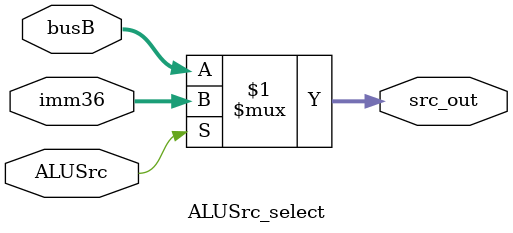
<source format=v>
`timescale 1ns / 1ps
module ALUSrc_select(
ALUSrc,busB,imm36,
src_out
    );
    input ALUSrc;
    input [31:0] busB;
    input [31:0] imm36;
    output [31:0] src_out;
    
    assign src_out=ALUSrc?imm36:busB;
endmodule


</source>
